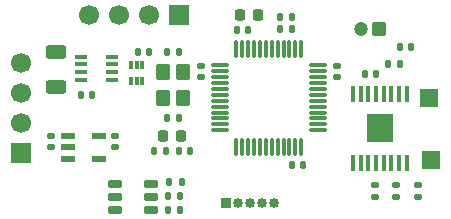
<source format=gbr>
%TF.GenerationSoftware,KiCad,Pcbnew,9.0.4*%
%TF.CreationDate,2025-10-30T10:47:44-04:00*%
%TF.ProjectId,SERVO-ESC,53455256-4f2d-4455-9343-2e6b69636164,rev?*%
%TF.SameCoordinates,Original*%
%TF.FileFunction,Soldermask,Top*%
%TF.FilePolarity,Negative*%
%FSLAX46Y46*%
G04 Gerber Fmt 4.6, Leading zero omitted, Abs format (unit mm)*
G04 Created by KiCad (PCBNEW 9.0.4) date 2025-10-30 10:47:44*
%MOMM*%
%LPD*%
G01*
G04 APERTURE LIST*
G04 Aperture macros list*
%AMRoundRect*
0 Rectangle with rounded corners*
0 $1 Rounding radius*
0 $2 $3 $4 $5 $6 $7 $8 $9 X,Y pos of 4 corners*
0 Add a 4 corners polygon primitive as box body*
4,1,4,$2,$3,$4,$5,$6,$7,$8,$9,$2,$3,0*
0 Add four circle primitives for the rounded corners*
1,1,$1+$1,$2,$3*
1,1,$1+$1,$4,$5*
1,1,$1+$1,$6,$7*
1,1,$1+$1,$8,$9*
0 Add four rect primitives between the rounded corners*
20,1,$1+$1,$2,$3,$4,$5,0*
20,1,$1+$1,$4,$5,$6,$7,0*
20,1,$1+$1,$6,$7,$8,$9,0*
20,1,$1+$1,$8,$9,$2,$3,0*%
G04 Aperture macros list end*
%ADD10RoundRect,0.090000X0.510000X0.210000X-0.510000X0.210000X-0.510000X-0.210000X0.510000X-0.210000X0*%
%ADD11RoundRect,0.140000X0.140000X0.170000X-0.140000X0.170000X-0.140000X-0.170000X0.140000X-0.170000X0*%
%ADD12RoundRect,0.250000X0.350000X0.350000X-0.350000X0.350000X-0.350000X-0.350000X0.350000X-0.350000X0*%
%ADD13C,1.200000*%
%ADD14RoundRect,0.250000X-0.550000X-0.550000X0.550000X-0.550000X0.550000X0.550000X-0.550000X0.550000X0*%
%ADD15R,0.850000X0.850000*%
%ADD16C,0.850000*%
%ADD17RoundRect,0.140000X-0.140000X-0.170000X0.140000X-0.170000X0.140000X0.170000X-0.140000X0.170000X0*%
%ADD18RoundRect,0.087500X0.087500X-0.250000X0.087500X0.250000X-0.087500X0.250000X-0.087500X-0.250000X0*%
%ADD19R,1.150000X0.600000*%
%ADD20RoundRect,0.218750X-0.218750X-0.256250X0.218750X-0.256250X0.218750X0.256250X-0.218750X0.256250X0*%
%ADD21RoundRect,0.140000X-0.170000X0.140000X-0.170000X-0.140000X0.170000X-0.140000X0.170000X0.140000X0*%
%ADD22R,1.700000X1.700000*%
%ADD23C,1.700000*%
%ADD24R,1.050000X0.450000*%
%ADD25RoundRect,0.135000X-0.185000X0.135000X-0.185000X-0.135000X0.185000X-0.135000X0.185000X0.135000X0*%
%ADD26RoundRect,0.250000X-0.625000X0.312500X-0.625000X-0.312500X0.625000X-0.312500X0.625000X0.312500X0*%
%ADD27RoundRect,0.135000X0.135000X0.185000X-0.135000X0.185000X-0.135000X-0.185000X0.135000X-0.185000X0*%
%ADD28RoundRect,0.135000X-0.135000X-0.185000X0.135000X-0.185000X0.135000X0.185000X-0.135000X0.185000X0*%
%ADD29RoundRect,0.250000X-0.350000X0.450000X-0.350000X-0.450000X0.350000X-0.450000X0.350000X0.450000X0*%
%ADD30RoundRect,0.075000X-0.662500X-0.075000X0.662500X-0.075000X0.662500X0.075000X-0.662500X0.075000X0*%
%ADD31RoundRect,0.075000X-0.075000X-0.662500X0.075000X-0.662500X0.075000X0.662500X-0.075000X0.662500X0*%
%ADD32RoundRect,0.135000X0.185000X-0.135000X0.185000X0.135000X-0.185000X0.135000X-0.185000X-0.135000X0*%
%ADD33RoundRect,0.225000X-0.225000X-0.250000X0.225000X-0.250000X0.225000X0.250000X-0.225000X0.250000X0*%
%ADD34R,0.450000X1.475000*%
%ADD35R,2.310000X2.460000*%
G04 APERTURE END LIST*
D10*
%TO.C,RGB*%
X59200000Y-48900000D03*
X59200000Y-47800000D03*
X59200000Y-46700000D03*
X62200000Y-48900000D03*
X62200000Y-47800000D03*
X62200000Y-46700000D03*
%TD*%
D11*
%TO.C,C3*%
X82320000Y-36500000D03*
X83280000Y-36500000D03*
%TD*%
D12*
%TO.C,C4*%
X81522600Y-33600000D03*
D13*
X80022600Y-33600000D03*
%TD*%
D14*
%TO.C,J6*%
X85900000Y-44700000D03*
%TD*%
%TO.C,J5*%
X85800000Y-39400000D03*
%TD*%
D15*
%TO.C,MAG*%
X68600000Y-48310000D03*
D16*
X69600000Y-48310000D03*
X70600000Y-48310000D03*
X71600000Y-48310000D03*
X72600000Y-48310000D03*
%TD*%
D17*
%TO.C,C14*%
X62080000Y-35500000D03*
X61120000Y-35500000D03*
%TD*%
D18*
%TO.C,IC2*%
X60500000Y-38012500D03*
X61000000Y-38012500D03*
X61500000Y-38012500D03*
X61500000Y-36587500D03*
X61000000Y-36587500D03*
X60500000Y-36587500D03*
%TD*%
D11*
%TO.C,C15*%
X63467500Y-43900000D03*
X62507500Y-43900000D03*
%TD*%
D19*
%TO.C,IC5*%
X57800000Y-42650000D03*
X57800000Y-44550000D03*
X55200000Y-44550000D03*
X55200000Y-43600000D03*
X55200000Y-42650000D03*
%TD*%
D20*
%TO.C,FB1*%
X64775000Y-42600000D03*
X63200000Y-42600000D03*
%TD*%
D21*
%TO.C,C18*%
X59200000Y-42620000D03*
X59200000Y-43580000D03*
%TD*%
%TO.C,C17*%
X53800000Y-42620000D03*
X53800000Y-43580000D03*
%TD*%
D22*
%TO.C,J1*%
X51200000Y-44110000D03*
D23*
X51200000Y-41570000D03*
X51200000Y-39030000D03*
X51200000Y-36490000D03*
%TD*%
D24*
%TO.C,IC3*%
X58925000Y-35925000D03*
X58925000Y-36575000D03*
X58925000Y-37225000D03*
X58925000Y-37875000D03*
X56275000Y-37875000D03*
X56275000Y-37225000D03*
X56275000Y-36575000D03*
X56275000Y-35925000D03*
%TD*%
D22*
%TO.C,J2*%
X64600000Y-32400000D03*
D23*
X62060000Y-32400000D03*
X59520000Y-32400000D03*
X56980000Y-32400000D03*
%TD*%
D17*
%TO.C,C12*%
X56270000Y-39200000D03*
X57230000Y-39200000D03*
%TD*%
D25*
%TO.C,R4*%
X83000000Y-46790000D03*
X83000000Y-47810000D03*
%TD*%
D21*
%TO.C,C10*%
X78000000Y-36700000D03*
X78000000Y-37660000D03*
%TD*%
D26*
%TO.C,R1*%
X54200000Y-35537500D03*
X54200000Y-38462500D03*
%TD*%
D11*
%TO.C,C6*%
X64580000Y-41100000D03*
X63620000Y-41100000D03*
%TD*%
D17*
%TO.C,C16*%
X64557500Y-43900000D03*
X65517500Y-43900000D03*
%TD*%
%TO.C,C2*%
X83320000Y-35100000D03*
X84280000Y-35100000D03*
%TD*%
D27*
%TO.C,R8*%
X74200000Y-33600000D03*
X73180000Y-33600000D03*
%TD*%
D28*
%TO.C,R7*%
X63680000Y-48900000D03*
X64700000Y-48900000D03*
%TD*%
D29*
%TO.C,Y1*%
X63250000Y-37200000D03*
X63250000Y-39400000D03*
X64950000Y-39400000D03*
X64950000Y-37200000D03*
%TD*%
D25*
%TO.C,R3*%
X81200000Y-46790000D03*
X81200000Y-47810000D03*
%TD*%
D28*
%TO.C,R6*%
X63680000Y-47700000D03*
X64700000Y-47700000D03*
%TD*%
D30*
%TO.C,U1*%
X68037500Y-36650000D03*
X68037500Y-37150000D03*
X68037500Y-37650000D03*
X68037500Y-38150000D03*
X68037500Y-38650000D03*
X68037500Y-39150000D03*
X68037500Y-39650000D03*
X68037500Y-40150000D03*
X68037500Y-40650000D03*
X68037500Y-41150000D03*
X68037500Y-41650000D03*
X68037500Y-42150000D03*
D31*
X69450000Y-43562500D03*
X69950000Y-43562500D03*
X70450000Y-43562500D03*
X70950000Y-43562500D03*
X71450000Y-43562500D03*
X71950000Y-43562500D03*
X72450000Y-43562500D03*
X72950000Y-43562500D03*
X73450000Y-43562500D03*
X73950000Y-43562500D03*
X74450000Y-43562500D03*
X74950000Y-43562500D03*
D30*
X76362500Y-42150000D03*
X76362500Y-41650000D03*
X76362500Y-41150000D03*
X76362500Y-40650000D03*
X76362500Y-40150000D03*
X76362500Y-39650000D03*
X76362500Y-39150000D03*
X76362500Y-38650000D03*
X76362500Y-38150000D03*
X76362500Y-37650000D03*
X76362500Y-37150000D03*
X76362500Y-36650000D03*
D31*
X74950000Y-35237500D03*
X74450000Y-35237500D03*
X73950000Y-35237500D03*
X73450000Y-35237500D03*
X72950000Y-35237500D03*
X72450000Y-35237500D03*
X71950000Y-35237500D03*
X71450000Y-35237500D03*
X70950000Y-35237500D03*
X70450000Y-35237500D03*
X69950000Y-35237500D03*
X69450000Y-35237500D03*
%TD*%
D32*
%TO.C,R2*%
X84800000Y-47810000D03*
X84800000Y-46790000D03*
%TD*%
D21*
%TO.C,C8*%
X66500000Y-36670000D03*
X66500000Y-37630000D03*
%TD*%
D27*
%TO.C,R9*%
X74200000Y-32600000D03*
X73180000Y-32600000D03*
%TD*%
D17*
%TO.C,C7*%
X69500000Y-33700000D03*
X70460000Y-33700000D03*
%TD*%
D28*
%TO.C,R5*%
X63790000Y-46500000D03*
X64810000Y-46500000D03*
%TD*%
D11*
%TO.C,C9*%
X75130000Y-45050000D03*
X74170000Y-45050000D03*
%TD*%
D33*
%TO.C,C11*%
X69725000Y-32400000D03*
X71275000Y-32400000D03*
%TD*%
D17*
%TO.C,C5*%
X63620000Y-35500000D03*
X64580000Y-35500000D03*
%TD*%
%TO.C,C1*%
X80320000Y-37400000D03*
X81280000Y-37400000D03*
%TD*%
D34*
%TO.C,IC1*%
X79325000Y-44938000D03*
X79975000Y-44938000D03*
X80625000Y-44938000D03*
X81275000Y-44938000D03*
X81925000Y-44938000D03*
X82575000Y-44938000D03*
X83225000Y-44938000D03*
X83875000Y-44938000D03*
X83875000Y-39062000D03*
X83225000Y-39062000D03*
X82575000Y-39062000D03*
X81925000Y-39062000D03*
X81275000Y-39062000D03*
X80625000Y-39062000D03*
X79975000Y-39062000D03*
X79325000Y-39062000D03*
D35*
X81600000Y-42000000D03*
%TD*%
M02*

</source>
